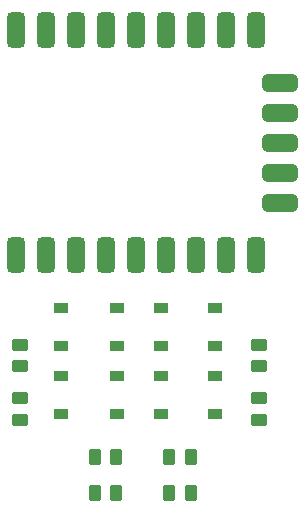
<source format=gbr>
%TF.GenerationSoftware,KiCad,Pcbnew,7.0.9*%
%TF.CreationDate,2025-04-28T00:26:43+09:00*%
%TF.ProjectId,Rp2040_v1.1,52703230-3430-45f7-9631-2e312e6b6963,rev?*%
%TF.SameCoordinates,Original*%
%TF.FileFunction,Paste,Top*%
%TF.FilePolarity,Positive*%
%FSLAX46Y46*%
G04 Gerber Fmt 4.6, Leading zero omitted, Abs format (unit mm)*
G04 Created by KiCad (PCBNEW 7.0.9) date 2025-04-28 00:26:43*
%MOMM*%
%LPD*%
G01*
G04 APERTURE LIST*
G04 Aperture macros list*
%AMRoundRect*
0 Rectangle with rounded corners*
0 $1 Rounding radius*
0 $2 $3 $4 $5 $6 $7 $8 $9 X,Y pos of 4 corners*
0 Add a 4 corners polygon primitive as box body*
4,1,4,$2,$3,$4,$5,$6,$7,$8,$9,$2,$3,0*
0 Add four circle primitives for the rounded corners*
1,1,$1+$1,$2,$3*
1,1,$1+$1,$4,$5*
1,1,$1+$1,$6,$7*
1,1,$1+$1,$8,$9*
0 Add four rect primitives between the rounded corners*
20,1,$1+$1,$2,$3,$4,$5,0*
20,1,$1+$1,$4,$5,$6,$7,0*
20,1,$1+$1,$6,$7,$8,$9,0*
20,1,$1+$1,$8,$9,$2,$3,0*%
G04 Aperture macros list end*
%ADD10R,1.220000X0.910000*%
%ADD11RoundRect,0.250000X-0.262500X-0.450000X0.262500X-0.450000X0.262500X0.450000X-0.262500X0.450000X0*%
%ADD12RoundRect,0.250000X0.262500X0.450000X-0.262500X0.450000X-0.262500X-0.450000X0.262500X-0.450000X0*%
%ADD13RoundRect,0.375000X0.375000X-1.125000X0.375000X1.125000X-0.375000X1.125000X-0.375000X-1.125000X0*%
%ADD14RoundRect,0.375000X1.125000X0.375000X-1.125000X0.375000X-1.125000X-0.375000X1.125000X-0.375000X0*%
%ADD15RoundRect,0.250000X-0.450000X0.262500X-0.450000X-0.262500X0.450000X-0.262500X0.450000X0.262500X0*%
G04 APERTURE END LIST*
D10*
%TO.C,D4*%
X95500000Y-60250000D03*
X95500000Y-63520000D03*
%TD*%
D11*
%TO.C,1K1*%
X98000000Y-72885000D03*
X96175000Y-72885000D03*
%TD*%
D12*
%TO.C,1M1*%
X96175000Y-75885000D03*
X98000000Y-75885000D03*
%TD*%
D10*
%TO.C,D3*%
X95500000Y-66000000D03*
X95500000Y-69270000D03*
%TD*%
D13*
%TO.C,U1*%
X83200000Y-36740000D03*
X85740000Y-36740000D03*
X88280000Y-36740000D03*
X90820000Y-36740000D03*
X93360000Y-36740000D03*
X95900000Y-36740000D03*
X98440000Y-36740000D03*
X100980000Y-36740000D03*
X103520000Y-36740000D03*
D14*
X105500000Y-41190000D03*
X105500000Y-43730000D03*
X105500000Y-46270000D03*
X105500000Y-48810000D03*
X105500000Y-51350000D03*
D13*
X103520000Y-55740000D03*
X100980000Y-55740000D03*
X98440000Y-55740000D03*
X95900000Y-55740000D03*
X93360000Y-55740000D03*
X90820000Y-55740000D03*
X88280000Y-55740000D03*
X85740000Y-55740000D03*
X83200000Y-55740000D03*
%TD*%
D10*
%TO.C,D8*%
X87000000Y-60250000D03*
X87000000Y-63520000D03*
%TD*%
%TO.C,D7*%
X87000000Y-69270000D03*
X87000000Y-66000000D03*
%TD*%
%TO.C,D6*%
X91702500Y-63520000D03*
X91702500Y-60250000D03*
%TD*%
%TO.C,D5*%
X91750000Y-69270000D03*
X91750000Y-66000000D03*
%TD*%
%TO.C,D2*%
X100000000Y-69270000D03*
X100000000Y-66000000D03*
%TD*%
%TO.C,D1*%
X100000000Y-60250000D03*
X100000000Y-63520000D03*
%TD*%
D15*
%TO.C,1M4*%
X103750000Y-69710000D03*
X103750000Y-67885000D03*
%TD*%
%TO.C,1M3*%
X83500000Y-67885000D03*
X83500000Y-69710000D03*
%TD*%
D12*
%TO.C,1M2*%
X89837500Y-75885000D03*
X91662500Y-75885000D03*
%TD*%
D15*
%TO.C,1K4*%
X103750000Y-63385000D03*
X103750000Y-65210000D03*
%TD*%
%TO.C,1K3*%
X83500000Y-63385000D03*
X83500000Y-65210000D03*
%TD*%
D11*
%TO.C,1K2*%
X91662500Y-72885000D03*
X89837500Y-72885000D03*
%TD*%
M02*

</source>
